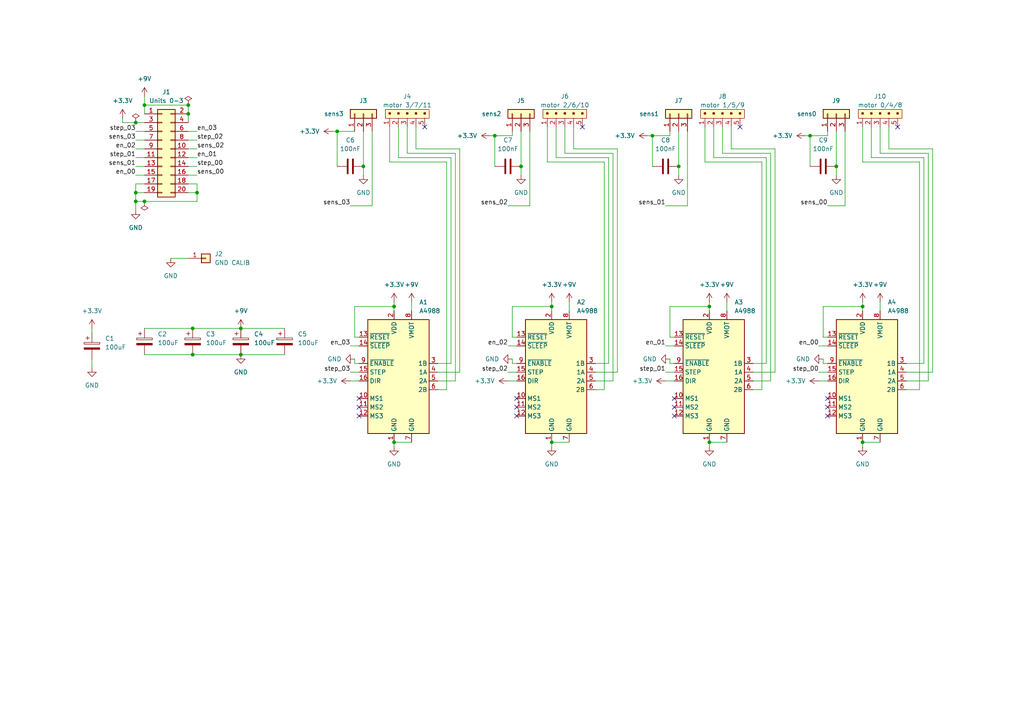
<source format=kicad_sch>
(kicad_sch (version 20231120) (generator "eeschema") (generator_version "8.0")
  (paper "A4")
  (lib_symbols
    (symbol "Connector_Generic:Conn_01x01" (pin_names (offset 1.016) hide)
      (property "Reference" "J" (at 0 2.54 0))
      (property "Value" "Conn_01x01" (at 0 -2.54 0))
      (symbol "Conn_01x01_1_1"
        (rectangle (start -1.27 0.127) (end 0 -0.127) (stroke (width 0.1524)))
        (rectangle (start -1.27 1.27) (end 1.27 -1.27) (stroke (width 0.254)) (fill (type background)))
        (pin passive line (at -5.08 0 0) (length 3.81) (name "Pin_1") (number "1"))
      )
    )
    (symbol "Connector_Generic:Conn_01x03" (pin_names (offset 1.016) hide)
      (property "Reference" "J" (at 0 5.08 0))
      (property "Value" "Conn_01x03" (at 0 -5.08 0))
      (symbol "Conn_01x03_1_1"
        (rectangle (start -1.27 -2.413) (end 0 -2.667) (stroke (width 0.1524)))
        (rectangle (start -1.27 0.127) (end 0 -0.127) (stroke (width 0.1524)))
        (rectangle (start -1.27 2.667) (end 0 2.413) (stroke (width 0.1524)))
        (rectangle (start -1.27 3.81) (end 1.27 -3.81) (stroke (width 0.254)) (fill (type background)))
        (pin passive line (at -5.08 2.54 0) (length 3.81) (name "Pin_1") (number "1"))
        (pin passive line (at -5.08 0 0) (length 3.81) (name "Pin_2") (number "2"))
        (pin passive line (at -5.08 -2.54 0) (length 3.81) (name "Pin_3") (number "3"))
      )
    )
    (symbol "Connector_Generic:Conn_02x10_Odd_Even" (pin_names (offset 1.016) hide)
      (property "Reference" "J" (at 1.27 12.7 0))
      (property "Value" "Conn_02x10_Odd_Even" (at 1.27 -15.24 0))
      (symbol "Conn_02x10_Odd_Even_1_1"
        (rectangle (start -1.27 -12.573) (end 0 -12.827) (stroke (width 0.1524)))
        (rectangle (start -1.27 -10.033) (end 0 -10.287) (stroke (width 0.1524)))
        (rectangle (start -1.27 -7.493) (end 0 -7.747) (stroke (width 0.1524)))
        (rectangle (start -1.27 -4.953) (end 0 -5.207) (stroke (width 0.1524)))
        (rectangle (start -1.27 -2.413) (end 0 -2.667) (stroke (width 0.1524)))
        (rectangle (start -1.27 0.127) (end 0 -0.127) (stroke (width 0.1524)))
        (rectangle (start -1.27 2.667) (end 0 2.413) (stroke (width 0.1524)))
        (rectangle (start -1.27 5.207) (end 0 4.953) (stroke (width 0.1524)))
        (rectangle (start -1.27 7.747) (end 0 7.493) (stroke (width 0.1524)))
        (rectangle (start -1.27 10.287) (end 0 10.033) (stroke (width 0.1524)))
        (rectangle (start -1.27 11.43) (end 3.81 -13.97) (stroke (width 0.254)) (fill (type background)))
        (rectangle (start 3.81 -12.573) (end 2.54 -12.827) (stroke (width 0.1524)))
        (rectangle (start 3.81 -10.033) (end 2.54 -10.287) (stroke (width 0.1524)))
        (rectangle (start 3.81 -7.493) (end 2.54 -7.747) (stroke (width 0.1524)))
        (rectangle (start 3.81 -4.953) (end 2.54 -5.207) (stroke (width 0.1524)))
        (rectangle (start 3.81 -2.413) (end 2.54 -2.667) (stroke (width 0.1524)))
        (rectangle (start 3.81 0.127) (end 2.54 -0.127) (stroke (width 0.1524)))
        (rectangle (start 3.81 2.667) (end 2.54 2.413) (stroke (width 0.1524)))
        (rectangle (start 3.81 5.207) (end 2.54 4.953) (stroke (width 0.1524)))
        (rectangle (start 3.81 7.747) (end 2.54 7.493) (stroke (width 0.1524)))
        (rectangle (start 3.81 10.287) (end 2.54 10.033) (stroke (width 0.1524)))
        (pin passive line (at -5.08 10.16 0) (length 3.81) (name "Pin_1") (number "1"))
        (pin passive line (at 7.62 0 180) (length 3.81) (name "Pin_10") (number "10"))
        (pin passive line (at -5.08 -2.54 0) (length 3.81) (name "Pin_11") (number "11"))
        (pin passive line (at 7.62 -2.54 180) (length 3.81) (name "Pin_12") (number "12"))
        (pin passive line (at -5.08 -5.08 0) (length 3.81) (name "Pin_13") (number "13"))
        (pin passive line (at 7.62 -5.08 180) (length 3.81) (name "Pin_14") (number "14"))
        (pin passive line (at -5.08 -7.62 0) (length 3.81) (name "Pin_15") (number "15"))
        (pin passive line (at 7.62 -7.62 180) (length 3.81) (name "Pin_16") (number "16"))
        (pin passive line (at -5.08 -10.16 0) (length 3.81) (name "Pin_17") (number "17"))
        (pin passive line (at 7.62 -10.16 180) (length 3.81) (name "Pin_18") (number "18"))
        (pin passive line (at -5.08 -12.7 0) (length 3.81) (name "Pin_19") (number "19"))
        (pin passive line (at 7.62 10.16 180) (length 3.81) (name "Pin_2") (number "2"))
        (pin passive line (at 7.62 -12.7 180) (length 3.81) (name "Pin_20") (number "20"))
        (pin passive line (at -5.08 7.62 0) (length 3.81) (name "Pin_3") (number "3"))
        (pin passive line (at 7.62 7.62 180) (length 3.81) (name "Pin_4") (number "4"))
        (pin passive line (at -5.08 5.08 0) (length 3.81) (name "Pin_5") (number "5"))
        (pin passive line (at 7.62 5.08 180) (length 3.81) (name "Pin_6") (number "6"))
        (pin passive line (at -5.08 2.54 0) (length 3.81) (name "Pin_7") (number "7"))
        (pin passive line (at 7.62 2.54 180) (length 3.81) (name "Pin_8") (number "8"))
        (pin passive line (at -5.08 0 0) (length 3.81) (name "Pin_9") (number "9"))
      )
    )
    (symbol "Device:C" (pin_numbers hide) (pin_names (offset 0.254))
      (property "Reference" "C" (at 0.635 2.54 0))
      (property "Value" "C" (at 0.635 -2.54 0))
      (symbol "C_0_1"
        (polyline (pts (xy -2.032 -0.762) (xy 2.032 -0.762)) (stroke (width 0.508)))
        (polyline (pts (xy -2.032 0.762) (xy 2.032 0.762)) (stroke (width 0.508)))
      )
      (symbol "C_1_1"
        (pin passive line (at 0 3.81 270) (length 2.794) (name "~") (number "1"))
        (pin passive line (at 0 -3.81 90) (length 2.794) (name "~") (number "2"))
      )
    )
    (symbol "Device:C_Polarized" (pin_numbers hide) (pin_names (offset 0.254))
      (property "Reference" "C" (at 0.635 2.54 0))
      (property "Value" "C_Polarized" (at 0.635 -2.54 0))
      (symbol "C_Polarized_0_1"
        (rectangle (start -2.286 0.508) (end 2.286 1.016))
        (polyline (pts (xy -1.778 2.286) (xy -0.762 2.286)))
        (polyline (pts (xy -1.27 2.794) (xy -1.27 1.778)))
        (rectangle (start 2.286 -0.508) (end -2.286 -1.016) (fill (type outline)))
      )
      (symbol "C_Polarized_1_1"
        (pin passive line (at 0 3.81 270) (length 2.794) (name "~") (number "1"))
        (pin passive line (at 0 -3.81 90) (length 2.794) (name "~") (number "2"))
      )
    )
    (symbol "Driver_Motor:Pololu_Breakout_A4988"
      (property "Reference" "A" (at -2.54 19.05 0))
      (property "Value" "Pololu_Breakout_A4988" (at -2.54 16.51 0))
      (symbol "Pololu_Breakout_A4988_0_1"
        (rectangle (start 10.16 -17.78) (end -7.62 15.24) (stroke (width 0.254)) (fill (type background)))
      )
      (symbol "Pololu_Breakout_A4988_1_1"
        (pin power_in line (at 0 -20.32 90) (length 2.54) (name "GND") (number "1"))
        (pin input line (at -10.16 -7.62 0) (length 2.54) (name "MS1") (number "10"))
        (pin input line (at -10.16 -10.16 0) (length 2.54) (name "MS2") (number "11"))
        (pin input line (at -10.16 -12.7 0) (length 2.54) (name "MS3") (number "12"))
        (pin input line (at -10.16 10.16 0) (length 2.54) (name "~{RESET}") (number "13"))
        (pin input line (at -10.16 7.62 0) (length 2.54) (name "~{SLEEP}") (number "14"))
        (pin input line (at -10.16 0 0) (length 2.54) (name "STEP") (number "15"))
        (pin input line (at -10.16 -2.54 0) (length 2.54) (name "DIR") (number "16"))
        (pin power_in line (at 0 17.78 270) (length 2.54) (name "VDD") (number "2"))
        (pin output line (at 12.7 2.54 180) (length 2.54) (name "1B") (number "3"))
        (pin output line (at 12.7 0 180) (length 2.54) (name "1A") (number "4"))
        (pin output line (at 12.7 -2.54 180) (length 2.54) (name "2A") (number "5"))
        (pin output line (at 12.7 -5.08 180) (length 2.54) (name "2B") (number "6"))
        (pin power_in line (at 5.08 -20.32 90) (length 2.54) (name "GND") (number "7"))
        (pin power_in line (at 5.08 17.78 270) (length 2.54) (name "VMOT") (number "8"))
        (pin input line (at -10.16 2.54 0) (length 2.54) (name "~{ENABLE}") (number "9"))
      )
    )
    (symbol "dk_Rectangular-Connectors-Headers-Male-Pins:B5B-XH-A_LF__SN_" (pin_names (offset 1.016))
      (property "Reference" "J" (at -2.54 -1.27 0))
      (property "Value" "B5B-XH-A_LF__SN_" (at 5.08 -3.81 0))
      (symbol "B5B-XH-A_LF__SN__1_1"
        (rectangle (start -1.27 0) (end 11.43 -2.54) (fill (type background)))
        (rectangle (start -0.254 -1.143) (end 0.254 -1.651) (fill (type outline)))
        (rectangle (start 2.286 -1.143) (end 2.794 -1.651) (fill (type outline)))
        (rectangle (start 4.826 -1.143) (end 5.334 -1.651) (fill (type outline)))
        (rectangle (start 7.366 -1.143) (end 7.874 -1.651) (fill (type outline)))
        (rectangle (start 9.906 -1.143) (end 10.414 -1.651) (fill (type outline)))
        (pin passive line (at 0 2.54 270) (length 2.54) (name "~") (number "1"))
        (pin passive line (at 2.54 2.54 270) (length 2.54) (name "~") (number "2"))
        (pin passive line (at 5.08 2.54 270) (length 2.54) (name "~") (number "3"))
        (pin passive line (at 7.62 2.54 270) (length 2.54) (name "~") (number "4"))
        (pin passive line (at 10.16 2.54 270) (length 2.54) (name "~") (number "5"))
      )
    )
    (symbol "power:+3.3V" (power) (pin_names (offset 0))
      (property "Value" "+3.3V" (at 0 3.556 0))
      (symbol "+3.3V_0_1"
        (polyline (pts (xy -0.762 1.27) (xy 0 2.54)))
        (polyline (pts (xy 0 0) (xy 0 2.54)))
        (polyline (pts (xy 0 2.54) (xy 0.762 1.27)))
      )
      (symbol "+3.3V_1_1"
        (pin power_in line (at 0 0 90) (length 0) hide (name "+3.3V") (number "1"))
      )
    )
    (symbol "power:+9V" (power) (pin_names (offset 0))
      (property "Value" "+9V" (at 0 3.556 0))
      (symbol "+9V_0_1"
        (polyline (pts (xy -0.762 1.27) (xy 0 2.54)))
        (polyline (pts (xy 0 0) (xy 0 2.54)))
        (polyline (pts (xy 0 2.54) (xy 0.762 1.27)))
      )
      (symbol "+9V_1_1"
        (pin power_in line (at 0 0 90) (length 0) hide (name "+9V") (number "1"))
      )
    )
    (symbol "power:GND" (power) (pin_names (offset 0))
      (property "Value" "GND" (at 0 -3.81 0))
      (symbol "GND_0_1"
        (polyline (pts (xy 0 0) (xy 0 -1.27) (xy 1.27 -1.27) (xy 0 -2.54) (xy -1.27 -1.27) (xy 0 -1.27)))
      )
      (symbol "GND_1_1"
        (pin power_in line (at 0 0 270) (length 0) hide (name "GND") (number "1"))
      )
    )
    (symbol "power:PWR_FLAG" (power) (pin_numbers hide) (pin_names (offset 0) hide)
      (property "Value" "PWR_FLAG" (at 0 3.81 0))
      (symbol "PWR_FLAG_0_0"
        (pin power_out line (at 0 0 90) (length 0) (name "pwr") (number "1"))
      )
      (symbol "PWR_FLAG_0_1"
        (polyline (pts (xy 0 0) (xy 0 1.27) (xy -1.016 1.905) (xy 0 2.54) (xy 1.016 1.905) (xy 0 1.27)))
      )
    )
  )
  (junction (at 55.88 102.87))
  (junction (at 69.85 102.87))
  (junction (at 39.37 35.56))
  (junction (at 54.61 30.48))
  (junction (at 143.51 39.37))
  (junction (at 41.91 58.42))
  (junction (at 41.91 30.48))
  (junction (at 57.15 55.88))
  (junction (at 55.88 95.25))
  (junction (at 39.37 58.42))
  (junction (at 250.19 88.9))
  (junction (at 151.13 48.26))
  (junction (at 114.3 88.9))
  (junction (at 114.3 128.27))
  (junction (at 160.02 88.9))
  (junction (at 69.85 95.25))
  (junction (at 54.61 33.02))
  (junction (at 196.85 48.26))
  (junction (at 189.23 39.37))
  (junction (at 205.74 128.27))
  (junction (at 234.95 39.37))
  (junction (at 105.41 48.26))
  (junction (at 39.37 55.88))
  (junction (at 242.57 48.26))
  (junction (at 250.19 128.27))
  (junction (at 97.79 38.1))
  (junction (at 205.74 88.9))
  (junction (at 160.02 128.27))
  (no_connect (at 123.19 36.83))
  (no_connect (at 149.86 115.57))
  (no_connect (at 168.91 36.83))
  (no_connect (at 214.63 36.83))
  (no_connect (at 240.03 115.57))
  (no_connect (at 240.03 120.65))
  (no_connect (at 104.14 120.65))
  (no_connect (at 195.58 118.11))
  (no_connect (at 195.58 120.65))
  (no_connect (at 104.14 115.57))
  (no_connect (at 149.86 120.65))
  (no_connect (at 195.58 115.57))
  (no_connect (at 240.03 118.11))
  (no_connect (at 260.35 36.83))
  (no_connect (at 104.14 118.11))
  (no_connect (at 149.86 118.11))
  (wire (pts (xy 119.38 87.63) (xy 119.38 90.17)))
  (wire (pts (xy 237.49 110.49) (xy 240.03 110.49)))
  (wire (pts (xy 54.61 53.34) (xy 57.15 53.34)))
  (wire (pts (xy 196.85 38.1) (xy 196.85 48.26)))
  (wire (pts (xy 132.08 44.45) (xy 132.08 110.49)))
  (wire (pts (xy 142.24 39.37) (xy 143.51 39.37)))
  (wire (pts (xy 160.02 129.54) (xy 160.02 128.27)))
  (wire (pts (xy 148.59 105.41) (xy 149.86 105.41)))
  (wire (pts (xy 39.37 35.56) (xy 41.91 35.56)))
  (wire (pts (xy 118.11 44.45) (xy 132.08 44.45)))
  (wire (pts (xy 269.24 44.45) (xy 269.24 110.49)))
  (wire (pts (xy 238.76 97.79) (xy 238.76 88.9)))
  (wire (pts (xy 41.91 102.87) (xy 55.88 102.87)))
  (wire (pts (xy 57.15 38.1) (xy 54.61 38.1)))
  (wire (pts (xy 39.37 40.64) (xy 41.91 40.64)))
  (wire (pts (xy 102.87 88.9) (xy 114.3 88.9)))
  (wire (pts (xy 54.61 30.48) (xy 54.61 33.02)))
  (wire (pts (xy 207.01 36.83) (xy 207.01 45.72)))
  (wire (pts (xy 57.15 45.72) (xy 54.61 45.72)))
  (wire (pts (xy 133.35 107.95) (xy 127 107.95)))
  (wire (pts (xy 166.37 43.18) (xy 179.07 43.18)))
  (wire (pts (xy 250.19 46.99) (xy 266.7 46.99)))
  (wire (pts (xy 102.87 104.14) (xy 102.87 105.41)))
  (wire (pts (xy 194.31 88.9) (xy 205.74 88.9)))
  (wire (pts (xy 120.65 43.18) (xy 133.35 43.18)))
  (wire (pts (xy 114.3 88.9) (xy 114.3 90.17)))
  (wire (pts (xy 199.39 38.1) (xy 199.39 59.69)))
  (wire (pts (xy 204.47 36.83) (xy 204.47 46.99)))
  (wire (pts (xy 189.23 39.37) (xy 194.31 39.37)))
  (wire (pts (xy 194.31 97.79) (xy 195.58 97.79)))
  (wire (pts (xy 69.85 102.87) (xy 82.55 102.87)))
  (wire (pts (xy 179.07 107.95) (xy 172.72 107.95)))
  (wire (pts (xy 97.79 38.1) (xy 102.87 38.1)))
  (wire (pts (xy 205.74 87.63) (xy 205.74 88.9)))
  (wire (pts (xy 41.91 33.02) (xy 41.91 30.48)))
  (wire (pts (xy 57.15 40.64) (xy 54.61 40.64)))
  (wire (pts (xy 151.13 48.26) (xy 151.13 50.8)))
  (wire (pts (xy 41.91 95.25) (xy 55.88 95.25)))
  (wire (pts (xy 223.52 110.49) (xy 218.44 110.49)))
  (wire (pts (xy 35.56 35.56) (xy 39.37 35.56)))
  (wire (pts (xy 165.1 87.63) (xy 165.1 90.17)))
  (wire (pts (xy 252.73 45.72) (xy 267.97 45.72)))
  (wire (pts (xy 39.37 43.18) (xy 41.91 43.18)))
  (wire (pts (xy 153.67 38.1) (xy 153.67 59.69)))
  (wire (pts (xy 35.56 34.29) (xy 35.56 35.56)))
  (wire (pts (xy 220.98 113.03) (xy 218.44 113.03)))
  (wire (pts (xy 177.8 110.49) (xy 172.72 110.49)))
  (wire (pts (xy 55.88 95.25) (xy 69.85 95.25)))
  (wire (pts (xy 189.23 39.37) (xy 189.23 48.26)))
  (wire (pts (xy 114.3 129.54) (xy 114.3 128.27)))
  (wire (pts (xy 55.88 102.87) (xy 69.85 102.87)))
  (wire (pts (xy 39.37 45.72) (xy 41.91 45.72)))
  (wire (pts (xy 113.03 36.83) (xy 113.03 46.99)))
  (wire (pts (xy 196.85 48.26) (xy 196.85 50.8)))
  (wire (pts (xy 252.73 36.83) (xy 252.73 45.72)))
  (wire (pts (xy 234.95 39.37) (xy 234.95 48.26)))
  (wire (pts (xy 147.32 59.69) (xy 153.67 59.69)))
  (wire (pts (xy 39.37 55.88) (xy 41.91 55.88)))
  (wire (pts (xy 97.79 38.1) (xy 97.79 48.26)))
  (wire (pts (xy 107.95 38.1) (xy 107.95 59.69)))
  (wire (pts (xy 194.31 97.79) (xy 194.31 88.9)))
  (wire (pts (xy 266.7 46.99) (xy 266.7 113.03)))
  (wire (pts (xy 194.31 39.37) (xy 194.31 38.1)))
  (wire (pts (xy 242.57 38.1) (xy 242.57 48.26)))
  (wire (pts (xy 41.91 27.94) (xy 41.91 30.48)))
  (wire (pts (xy 224.79 107.95) (xy 218.44 107.95)))
  (wire (pts (xy 57.15 53.34) (xy 57.15 55.88)))
  (wire (pts (xy 269.24 110.49) (xy 262.89 110.49)))
  (wire (pts (xy 212.09 36.83) (xy 212.09 43.18)))
  (wire (pts (xy 101.6 110.49) (xy 104.14 110.49)))
  (wire (pts (xy 204.47 46.99) (xy 220.98 46.99)))
  (wire (pts (xy 105.41 38.1) (xy 105.41 48.26)))
  (wire (pts (xy 57.15 50.8) (xy 54.61 50.8)))
  (wire (pts (xy 148.59 39.37) (xy 148.59 38.1)))
  (wire (pts (xy 143.51 39.37) (xy 143.51 48.26)))
  (wire (pts (xy 39.37 55.88) (xy 39.37 58.42)))
  (wire (pts (xy 205.74 129.54) (xy 205.74 128.27)))
  (wire (pts (xy 240.03 39.37) (xy 240.03 38.1)))
  (wire (pts (xy 270.51 107.95) (xy 262.89 107.95)))
  (wire (pts (xy 234.95 39.37) (xy 240.03 39.37)))
  (wire (pts (xy 179.07 43.18) (xy 179.07 107.95)))
  (wire (pts (xy 158.75 46.99) (xy 175.26 46.99)))
  (wire (pts (xy 176.53 45.72) (xy 176.53 105.41)))
  (wire (pts (xy 267.97 45.72) (xy 267.97 105.41)))
  (wire (pts (xy 102.87 105.41) (xy 104.14 105.41)))
  (wire (pts (xy 205.74 88.9) (xy 205.74 90.17)))
  (wire (pts (xy 49.53 74.93) (xy 54.61 74.93)))
  (wire (pts (xy 270.51 43.18) (xy 270.51 107.95)))
  (wire (pts (xy 143.51 39.37) (xy 148.59 39.37)))
  (wire (pts (xy 207.01 45.72) (xy 222.25 45.72)))
  (wire (pts (xy 238.76 104.14) (xy 238.76 105.41)))
  (wire (pts (xy 209.55 36.83) (xy 209.55 44.45)))
  (wire (pts (xy 102.87 97.79) (xy 104.14 97.79)))
  (wire (pts (xy 39.37 38.1) (xy 41.91 38.1)))
  (wire (pts (xy 41.91 30.48) (xy 54.61 30.48)))
  (wire (pts (xy 250.19 36.83) (xy 250.19 46.99)))
  (wire (pts (xy 176.53 105.41) (xy 172.72 105.41)))
  (wire (pts (xy 160.02 128.27) (xy 165.1 128.27)))
  (wire (pts (xy 114.3 128.27) (xy 119.38 128.27)))
  (wire (pts (xy 245.11 59.69) (xy 240.03 59.69)))
  (wire (pts (xy 41.91 58.42) (xy 39.37 58.42)))
  (wire (pts (xy 193.04 59.69) (xy 199.39 59.69)))
  (wire (pts (xy 69.85 95.25) (xy 82.55 95.25)))
  (wire (pts (xy 133.35 43.18) (xy 133.35 107.95)))
  (wire (pts (xy 39.37 50.8) (xy 41.91 50.8)))
  (wire (pts (xy 130.81 45.72) (xy 130.81 105.41)))
  (wire (pts (xy 193.04 110.49) (xy 195.58 110.49)))
  (wire (pts (xy 96.52 38.1) (xy 97.79 38.1)))
  (wire (pts (xy 39.37 48.26) (xy 41.91 48.26)))
  (wire (pts (xy 177.8 44.45) (xy 177.8 110.49)))
  (wire (pts (xy 222.25 105.41) (xy 218.44 105.41)))
  (wire (pts (xy 161.29 36.83) (xy 161.29 45.72)))
  (wire (pts (xy 57.15 48.26) (xy 54.61 48.26)))
  (wire (pts (xy 237.49 100.33) (xy 240.03 100.33)))
  (wire (pts (xy 193.04 107.95) (xy 195.58 107.95)))
  (wire (pts (xy 147.32 107.95) (xy 149.86 107.95)))
  (wire (pts (xy 255.27 44.45) (xy 269.24 44.45)))
  (wire (pts (xy 233.68 39.37) (xy 234.95 39.37)))
  (wire (pts (xy 147.32 110.49) (xy 149.86 110.49)))
  (wire (pts (xy 105.41 48.26) (xy 105.41 50.8)))
  (wire (pts (xy 257.81 36.83) (xy 257.81 43.18)))
  (wire (pts (xy 161.29 45.72) (xy 176.53 45.72)))
  (wire (pts (xy 57.15 55.88) (xy 54.61 55.88)))
  (wire (pts (xy 120.65 36.83) (xy 120.65 43.18)))
  (wire (pts (xy 209.55 44.45) (xy 223.52 44.45)))
  (wire (pts (xy 26.67 95.25) (xy 26.67 96.52)))
  (wire (pts (xy 148.59 104.14) (xy 148.59 105.41)))
  (wire (pts (xy 39.37 53.34) (xy 39.37 55.88)))
  (wire (pts (xy 255.27 87.63) (xy 255.27 90.17)))
  (wire (pts (xy 115.57 36.83) (xy 115.57 45.72)))
  (wire (pts (xy 194.31 105.41) (xy 195.58 105.41)))
  (wire (pts (xy 250.19 128.27) (xy 255.27 128.27)))
  (wire (pts (xy 255.27 36.83) (xy 255.27 44.45)))
  (wire (pts (xy 238.76 88.9) (xy 250.19 88.9)))
  (wire (pts (xy 175.26 113.03) (xy 172.72 113.03)))
  (wire (pts (xy 115.57 45.72) (xy 130.81 45.72)))
  (wire (pts (xy 163.83 36.83) (xy 163.83 44.45)))
  (wire (pts (xy 238.76 97.79) (xy 240.03 97.79)))
  (wire (pts (xy 148.59 88.9) (xy 160.02 88.9)))
  (wire (pts (xy 54.61 33.02) (xy 54.61 35.56)))
  (wire (pts (xy 26.67 106.68) (xy 26.67 104.14)))
  (wire (pts (xy 187.96 39.37) (xy 189.23 39.37)))
  (wire (pts (xy 250.19 129.54) (xy 250.19 128.27)))
  (wire (pts (xy 205.74 128.27) (xy 210.82 128.27)))
  (wire (pts (xy 129.54 46.99) (xy 129.54 113.03)))
  (wire (pts (xy 39.37 58.42) (xy 39.37 60.96)))
  (wire (pts (xy 163.83 44.45) (xy 177.8 44.45)))
  (wire (pts (xy 250.19 87.63) (xy 250.19 88.9)))
  (wire (pts (xy 114.3 87.63) (xy 114.3 88.9)))
  (wire (pts (xy 148.59 97.79) (xy 148.59 88.9)))
  (wire (pts (xy 194.31 104.14) (xy 194.31 105.41)))
  (wire (pts (xy 242.57 48.26) (xy 242.57 50.8)))
  (wire (pts (xy 193.04 100.33) (xy 195.58 100.33)))
  (wire (pts (xy 160.02 87.63) (xy 160.02 88.9)))
  (wire (pts (xy 237.49 107.95) (xy 240.03 107.95)))
  (wire (pts (xy 166.37 36.83) (xy 166.37 43.18)))
  (wire (pts (xy 175.26 46.99) (xy 175.26 113.03)))
  (wire (pts (xy 147.32 100.33) (xy 149.86 100.33)))
  (wire (pts (xy 160.02 88.9) (xy 160.02 90.17)))
  (wire (pts (xy 57.15 58.42) (xy 41.91 58.42)))
  (wire (pts (xy 57.15 55.88) (xy 57.15 58.42)))
  (wire (pts (xy 267.97 105.41) (xy 262.89 105.41)))
  (wire (pts (xy 101.6 107.95) (xy 104.14 107.95)))
  (wire (pts (xy 220.98 46.99) (xy 220.98 113.03)))
  (wire (pts (xy 250.19 88.9) (xy 250.19 90.17)))
  (wire (pts (xy 57.15 43.18) (xy 54.61 43.18)))
  (wire (pts (xy 130.81 105.41) (xy 127 105.41)))
  (wire (pts (xy 223.52 44.45) (xy 223.52 110.49)))
  (wire (pts (xy 118.11 36.83) (xy 118.11 44.45)))
  (wire (pts (xy 101.6 59.69) (xy 107.95 59.69)))
  (wire (pts (xy 132.08 110.49) (xy 127 110.49)))
  (wire (pts (xy 238.76 105.41) (xy 240.03 105.41)))
  (wire (pts (xy 210.82 87.63) (xy 210.82 90.17)))
  (wire (pts (xy 102.87 97.79) (xy 102.87 88.9)))
  (wire (pts (xy 158.75 36.83) (xy 158.75 46.99)))
  (wire (pts (xy 245.11 38.1) (xy 245.11 59.69)))
  (wire (pts (xy 222.25 45.72) (xy 222.25 105.41)))
  (wire (pts (xy 113.03 46.99) (xy 129.54 46.99)))
  (wire (pts (xy 151.13 38.1) (xy 151.13 48.26)))
  (wire (pts (xy 129.54 113.03) (xy 127 113.03)))
  (wire (pts (xy 212.09 43.18) (xy 224.79 43.18)))
  (wire (pts (xy 266.7 113.03) (xy 262.89 113.03)))
  (wire (pts (xy 41.91 53.34) (xy 39.37 53.34)))
  (wire (pts (xy 224.79 43.18) (xy 224.79 107.95)))
  (wire (pts (xy 148.59 97.79) (xy 149.86 97.79)))
  (wire (pts (xy 101.6 100.33) (xy 104.14 100.33)))
  (wire (pts (xy 257.81 43.18) (xy 270.51 43.18)))
  (label "en_02" (at 39.37 43.18 180))
  (label "step_03" (at 101.6 107.95 180))
  (label "en_03" (at 101.6 100.33 180))
  (label "step_01" (at 39.37 45.72 180))
  (label "en_00" (at 237.49 100.33 180))
  (label "sens_01" (at 39.37 48.26 180))
  (label "step_02" (at 57.15 40.64 0))
  (label "en_03" (at 57.15 38.1 0))
  (label "step_01" (at 193.04 107.95 180))
  (label "sens_00" (at 57.15 50.8 0))
  (label "sens_03" (at 39.37 40.64 180))
  (label "step_03" (at 39.37 38.1 180))
  (label "sens_03" (at 101.6 59.69 180))
  (label "sens_02" (at 57.15 43.18 0))
  (label "sens_01" (at 193.04 59.69 180))
  (label "en_02" (at 147.32 100.33 180))
  (label "en_01" (at 57.15 45.72 0))
  (label "step_02" (at 147.32 107.95 180))
  (label "step_00" (at 237.49 107.95 180))
  (label "step_00" (at 57.15 48.26 0))
  (label "sens_00" (at 240.03 59.69 180))
  (label "sens_02" (at 147.32 59.69 180))
  (label "en_01" (at 193.04 100.33 180))
  (label "en_00" (at 39.37 50.8 180))
  (symbol (lib_id "power:+3.3V") (at 233.68 39.37 90) (unit 1)
    (property "Reference" "#PWR027" (effects (hide yes)))
    (property "Value" "+3.3V" (at 229.87 39.37 90) (effects (justify left)))
  )
  (symbol (lib_id "Device:C") (at 193.04 48.26 90) (unit 1)
    (property "Reference" "C8" (at 193.04 40.64 90))
    (property "Value" "100nF" (at 193.04 43.18 90))
    (property "Footprint" "Capacitor_THT:C_Disc_D3.4mm_W2.1mm_P2.50mm" (effects (hide yes)))
  )
  (symbol (lib_id "Device:C_Polarized") (at 55.88 99.06 0) (unit 1)
    (property "Reference" "C3" (at 59.69 96.901 0) (effects (justify left)))
    (property "Value" "100uF" (at 59.69 99.441 0) (effects (justify left)))
    (property "Footprint" "Capacitor_THT:CP_Radial_D6.3mm_P2.50mm" (effects (hide yes)))
  )
  (symbol (lib_id "power:+9V") (at 210.82 87.63 0) (unit 1)
    (property "Reference" "#PWR026" (effects (hide yes)))
    (property "Value" "+9V" (at 210.82 82.55 0))
  )
  (symbol (lib_id "power:GND") (at 151.13 50.8 0) (unit 1)
    (property "Reference" "#PWR017" (effects (hide yes)))
    (property "Value" "GND" (at 151.13 55.88 0))
  )
  (symbol (lib_id "power:PWR_FLAG") (at 54.61 30.48 0) (unit 1)
    (property "Reference" "#FLG03" (effects (hide yes)))
    (property "Value" "PWR_FLAG" (effects (hide yes)))
  )
  (symbol (lib_id "Connector_Generic:Conn_01x03") (at 196.85 33.02 90) (unit 1)
    (property "Reference" "J7" (at 195.58 29.21 90) (effects (justify right)))
    (property "Value" "sens1" (at 185.42 33.02 90) (effects (justify right)))
    (property "Footprint" "Connector_PinSocket_2.54mm:PinSocket_1x03_P2.54mm_Vertical" (effects (hide yes)))
  )
  (symbol (lib_id "power:+3.3V") (at 101.6 110.49 90) (unit 1)
    (property "Reference" "#PWR010" (effects (hide yes)))
    (property "Value" "+3.3V" (at 97.79 110.49 90) (effects (justify left)))
  )
  (symbol (lib_id "power:+9V") (at 255.27 87.63 0) (unit 1)
    (property "Reference" "#PWR032" (effects (hide yes)))
    (property "Value" "+9V" (at 255.27 82.55 0))
  )
  (symbol (lib_id "Driver_Motor:Pololu_Breakout_A4988") (at 160.02 107.95 0) (unit 1)
    (property "Reference" "A2" (at 167.2941 87.63 0) (effects (justify left)))
    (property "Value" "A4988" (at 167.2941 90.17 0) (effects (justify left)))
    (property "Footprint" "User:A4988_Stepper_Module" (effects (hide yes)))
    (property "Datasheet" "https://www.pololu.com/product/2980/pictures" (effects (hide yes)))
  )
  (symbol (lib_id "power:+3.3V") (at 142.24 39.37 90) (unit 1)
    (property "Reference" "#PWR015" (effects (hide yes)))
    (property "Value" "+3.3V" (at 138.43 39.37 90) (effects (justify left)))
  )
  (symbol (lib_id "Connector_Generic:Conn_01x03") (at 151.13 33.02 90) (unit 1)
    (property "Reference" "J5" (at 149.86 29.21 90) (effects (justify right)))
    (property "Value" "sens2" (at 139.7 33.02 90) (effects (justify right)))
    (property "Footprint" "Connector_PinSocket_2.54mm:PinSocket_1x03_P2.54mm_Vertical" (effects (hide yes)))
  )
  (symbol (lib_id "Device:C_Polarized") (at 82.55 99.06 0) (unit 1)
    (property "Reference" "C5" (at 86.36 96.901 0) (effects (justify left)))
    (property "Value" "100uF" (at 86.36 99.441 0) (effects (justify left)))
    (property "Footprint" "Capacitor_THT:CP_Radial_D6.3mm_P2.50mm" (effects (hide yes)))
  )
  (symbol (lib_id "power:GND") (at 102.87 104.14 270) (unit 1)
    (property "Reference" "#PWR033" (effects (hide yes)))
    (property "Value" "GND" (at 99.06 104.14 90) (effects (justify right)))
  )
  (symbol (lib_id "Driver_Motor:Pololu_Breakout_A4988") (at 250.19 107.95 0) (unit 1)
    (property "Reference" "A4" (at 257.4641 87.63 0) (effects (justify left)))
    (property "Value" "A4988" (at 257.4641 90.17 0) (effects (justify left)))
    (property "Footprint" "User:A4988_Stepper_Module" (effects (hide yes)))
    (property "Datasheet" "https://www.pololu.com/product/2980/pictures" (effects (hide yes)))
  )
  (symbol (lib_id "power:GND") (at 114.3 129.54 0) (unit 1)
    (property "Reference" "#PWR013" (effects (hide yes)))
    (property "Value" "GND" (at 114.3 134.62 0))
  )
  (symbol (lib_id "power:PWR_FLAG") (at 39.37 35.56 0) (unit 1)
    (property "Reference" "#FLG01" (effects (hide yes)))
    (property "Value" "PWR_FLAG" (effects (hide yes)))
  )
  (symbol (lib_id "dk_Rectangular-Connectors-Headers-Male-Pins:B5B-XH-A_LF__SN_") (at 204.47 34.29 0) (mirror x) (unit 1)
    (property "Reference" "J8" (at 209.55 27.94 0))
    (property "Value" "motor 1/5/9" (at 209.55 30.48 0))
    (property "Footprint" "Connector_JST:JST_XH_B5B-XH-A_1x05_P2.50mm_Vertical" (effects (hide yes)))
    (property "Datasheet" "http://www.jst-mfg.com/product/pdf/eng/eXH.pdf" (effects (hide yes)))
    (property "Description" "CONN HEADER VERT 5POS 2.5MM" (effects (hide yes)))
    (property "Digi-Key_PN" "455-2270-ND" (effects (hide yes)))
    (property "MPN" "B5B-XH-A(LF)(SN)" (effects (hide yes)))
    (property "Category" "Connectors, Interconnects" (effects (hide yes)))
    (property "Family" "Rectangular Connectors - Headers, Male Pins" (effects (hide yes)))
    (property "DK_Datasheet_Link" "http://www.jst-mfg.com/product/pdf/eng/eXH.pdf" (effects (hide yes)))
    (property "DK_Detail_Page" "/product-detail/en/jst-sales-america-inc/B5B-XH-A(LF)(SN)/455-2270-ND/1530483" (effects (hide yes)))
    (property "Manufacturer" "JST Sales America Inc." (effects (hide yes)))
    (property "Status" "Active" (effects (hide yes)))
  )
  (symbol (lib_id "power:+3.3V") (at 147.32 110.49 90) (unit 1)
    (property "Reference" "#PWR016" (effects (hide yes)))
    (property "Value" "+3.3V" (at 143.51 110.49 90) (effects (justify left)))
  )
  (symbol (lib_id "power:GND") (at 49.53 74.93 0) (unit 1)
    (property "Reference" "#PWR06" (effects (hide yes)))
    (property "Value" "GND" (at 49.53 80.01 0))
  )
  (symbol (lib_id "Device:C_Polarized") (at 26.67 100.33 0) (unit 1)
    (property "Reference" "C1" (at 30.48 98.171 0) (effects (justify left)))
    (property "Value" "100uF" (at 30.48 100.711 0) (effects (justify left)))
    (property "Footprint" "Capacitor_THT:CP_Radial_D6.3mm_P2.50mm" (effects (hide yes)))
  )
  (symbol (lib_id "Driver_Motor:Pololu_Breakout_A4988") (at 114.3 107.95 0) (unit 1)
    (property "Reference" "A1" (at 121.5741 87.63 0) (effects (justify left)))
    (property "Value" "A4988" (at 121.5741 90.17 0) (effects (justify left)))
    (property "Footprint" "User:A4988_Stepper_Module" (effects (hide yes)))
    (property "Datasheet" "https://www.pololu.com/product/2980/pictures" (effects (hide yes)))
  )
  (symbol (lib_id "power:PWR_FLAG") (at 41.91 58.42 180) (unit 1)
    (property "Reference" "#FLG02" (effects (hide yes)))
    (property "Value" "PWR_FLAG" (effects (hide yes)))
  )
  (symbol (lib_id "power:+3.3V") (at 237.49 110.49 90) (unit 1)
    (property "Reference" "#PWR028" (effects (hide yes)))
    (property "Value" "+3.3V" (at 233.68 110.49 90) (effects (justify left)))
  )
  (symbol (lib_id "power:+9V") (at 41.91 27.94 0) (unit 1)
    (property "Reference" "#PWR05" (effects (hide yes)))
    (property "Value" "+9V" (at 41.91 22.86 0))
  )
  (symbol (lib_id "Device:C") (at 147.32 48.26 90) (unit 1)
    (property "Reference" "C7" (at 147.32 40.64 90))
    (property "Value" "100nF" (at 147.32 43.18 90))
    (property "Footprint" "Capacitor_THT:C_Disc_D3.4mm_W2.1mm_P2.50mm" (effects (hide yes)))
  )
  (symbol (lib_id "power:GND") (at 105.41 50.8 0) (unit 1)
    (property "Reference" "#PWR011" (effects (hide yes)))
    (property "Value" "GND" (at 105.41 55.88 0))
  )
  (symbol (lib_id "dk_Rectangular-Connectors-Headers-Male-Pins:B5B-XH-A_LF__SN_") (at 250.19 34.29 0) (mirror x) (unit 1)
    (property "Reference" "J10" (at 255.27 27.94 0))
    (property "Value" "motor 0/4/8" (at 255.27 30.48 0))
    (property "Footprint" "Connector_JST:JST_XH_B5B-XH-A_1x05_P2.50mm_Vertical" (effects (hide yes)))
    (property "Datasheet" "http://www.jst-mfg.com/product/pdf/eng/eXH.pdf" (effects (hide yes)))
    (property "Description" "CONN HEADER VERT 5POS 2.5MM" (effects (hide yes)))
    (property "Digi-Key_PN" "455-2270-ND" (effects (hide yes)))
    (property "MPN" "B5B-XH-A(LF)(SN)" (effects (hide yes)))
    (property "Category" "Connectors, Interconnects" (effects (hide yes)))
    (property "Family" "Rectangular Connectors - Headers, Male Pins" (effects (hide yes)))
    (property "DK_Datasheet_Link" "http://www.jst-mfg.com/product/pdf/eng/eXH.pdf" (effects (hide yes)))
    (property "DK_Detail_Page" "/product-detail/en/jst-sales-america-inc/B5B-XH-A(LF)(SN)/455-2270-ND/1530483" (effects (hide yes)))
    (property "Manufacturer" "JST Sales America Inc." (effects (hide yes)))
    (property "Status" "Active" (effects (hide yes)))
  )
  (symbol (lib_id "Connector_Generic:Conn_01x03") (at 242.57 33.02 90) (unit 1)
    (property "Reference" "J9" (at 241.3 29.21 90) (effects (justify right)))
    (property "Value" "sens0" (at 231.14 33.02 90) (effects (justify right)))
    (property "Footprint" "Connector_PinSocket_2.54mm:PinSocket_1x03_P2.54mm_Vertical" (effects (hide yes)))
  )
  (symbol (lib_id "power:+3.3V") (at 114.3 87.63 0) (unit 1)
    (property "Reference" "#PWR012" (effects (hide yes)))
    (property "Value" "+3.3V" (at 114.3 82.55 0))
  )
  (symbol (lib_id "Connector_Generic:Conn_01x03") (at 105.41 33.02 90) (unit 1)
    (property "Reference" "J3" (at 104.14 29.21 90) (effects (justify right)))
    (property "Value" "sens3" (at 93.98 33.02 90) (effects (justify right)))
    (property "Footprint" "Connector_PinSocket_2.54mm:PinSocket_1x03_P2.54mm_Vertical" (effects (hide yes)))
  )
  (symbol (lib_id "Connector_Generic:Conn_01x01") (at 59.69 74.93 0) (unit 1)
    (property "Reference" "J2" (at 62.23 73.66 0) (effects (justify left)))
    (property "Value" "GND CALIB" (at 62.23 76.2 0) (effects (justify left)))
    (property "Footprint" "Connector_PinHeader_2.54mm:PinHeader_1x01_P2.54mm_Vertical" (effects (hide yes)))
  )
  (symbol (lib_id "power:GND") (at 205.74 129.54 0) (unit 1)
    (property "Reference" "#PWR025" (effects (hide yes)))
    (property "Value" "GND" (at 205.74 134.62 0))
  )
  (symbol (lib_id "power:+3.3V") (at 96.52 38.1 90) (unit 1)
    (property "Reference" "#PWR09" (effects (hide yes)))
    (property "Value" "+3.3V" (at 92.71 38.1 90) (effects (justify left)))
  )
  (symbol (lib_id "Device:C_Polarized") (at 41.91 99.06 0) (unit 1)
    (property "Reference" "C2" (at 45.72 96.901 0) (effects (justify left)))
    (property "Value" "100uF" (at 45.72 99.441 0) (effects (justify left)))
    (property "Footprint" "Capacitor_THT:CP_Radial_D6.3mm_P2.50mm" (effects (hide yes)))
  )
  (symbol (lib_id "Connector_Generic:Conn_02x10_Odd_Even") (at 46.99 43.18 0) (unit 1)
    (property "Reference" "J1" (at 48.26 26.67 0))
    (property "Value" "Units 0-3" (at 48.26 29.21 0))
    (property "Footprint" "Connector_IDC:IDC-Header_2x10_P2.54mm_Vertical" (effects (hide yes)))
  )
  (symbol (lib_id "power:GND") (at 26.67 106.68 0) (unit 1)
    (property "Reference" "#PWR02" (effects (hide yes)))
    (property "Value" "GND" (at 26.67 111.76 0))
  )
  (symbol (lib_id "power:+3.3V") (at 26.67 95.25 0) (unit 1)
    (property "Reference" "#PWR01" (effects (hide yes)))
    (property "Value" "+3.3V" (at 26.67 90.17 0))
  )
  (symbol (lib_id "power:+9V") (at 165.1 87.63 0) (unit 1)
    (property "Reference" "#PWR020" (effects (hide yes)))
    (property "Value" "+9V" (at 165.1 82.55 0))
  )
  (symbol (lib_id "power:GND") (at 160.02 129.54 0) (unit 1)
    (property "Reference" "#PWR019" (effects (hide yes)))
    (property "Value" "GND" (at 160.02 134.62 0))
  )
  (symbol (lib_id "power:+3.3V") (at 35.56 34.29 0) (unit 1)
    (property "Reference" "#PWR03" (effects (hide yes)))
    (property "Value" "+3.3V" (at 35.56 29.21 0))
  )
  (symbol (lib_id "power:+3.3V") (at 187.96 39.37 90) (unit 1)
    (property "Reference" "#PWR021" (effects (hide yes)))
    (property "Value" "+3.3V" (at 184.15 39.37 90) (effects (justify left)))
  )
  (symbol (lib_id "power:GND") (at 250.19 129.54 0) (unit 1)
    (property "Reference" "#PWR031" (effects (hide yes)))
    (property "Value" "GND" (at 250.19 134.62 0))
  )
  (symbol (lib_id "power:+3.3V") (at 160.02 87.63 0) (unit 1)
    (property "Reference" "#PWR018" (effects (hide yes)))
    (property "Value" "+3.3V" (at 160.02 82.55 0))
  )
  (symbol (lib_id "power:+3.3V") (at 205.74 87.63 0) (unit 1)
    (property "Reference" "#PWR024" (effects (hide yes)))
    (property "Value" "+3.3V" (at 205.74 82.55 0))
  )
  (symbol (lib_id "dk_Rectangular-Connectors-Headers-Male-Pins:B5B-XH-A_LF__SN_") (at 113.03 34.29 0) (mirror x) (unit 1)
    (property "Reference" "J4" (at 118.11 27.94 0))
    (property "Value" "motor 3/7/11" (at 118.11 30.48 0))
    (property "Footprint" "Connector_JST:JST_XH_B5B-XH-A_1x05_P2.50mm_Vertical" (effects (hide yes)))
    (property "Datasheet" "http://www.jst-mfg.com/product/pdf/eng/eXH.pdf" (effects (hide yes)))
    (property "Description" "CONN HEADER VERT 5POS 2.5MM" (effects (hide yes)))
    (property "Digi-Key_PN" "455-2270-ND" (effects (hide yes)))
    (property "MPN" "B5B-XH-A(LF)(SN)" (effects (hide yes)))
    (property "Category" "Connectors, Interconnects" (effects (hide yes)))
    (property "Family" "Rectangular Connectors - Headers, Male Pins" (effects (hide yes)))
    (property "DK_Datasheet_Link" "http://www.jst-mfg.com/product/pdf/eng/eXH.pdf" (effects (hide yes)))
    (property "DK_Detail_Page" "/product-detail/en/jst-sales-america-inc/B5B-XH-A(LF)(SN)/455-2270-ND/1530483" (effects (hide yes)))
    (property "Manufacturer" "JST Sales America Inc." (effects (hide yes)))
    (property "Status" "Active" (effects (hide yes)))
  )
  (symbol (lib_id "power:+3.3V") (at 250.19 87.63 0) (unit 1)
    (property "Reference" "#PWR030" (effects (hide yes)))
    (property "Value" "+3.3V" (at 250.19 82.55 0))
  )
  (symbol (lib_id "power:GND") (at 194.31 104.14 270) (unit 1)
    (property "Reference" "#PWR035" (effects (hide yes)))
    (property "Value" "GND" (at 190.5 104.14 90) (effects (justify right)))
  )
  (symbol (lib_id "Device:C") (at 101.6 48.26 90) (unit 1)
    (property "Reference" "C6" (at 101.6 40.64 90))
    (property "Value" "100nF" (at 101.6 43.18 90))
    (property "Footprint" "Capacitor_THT:C_Disc_D3.4mm_W2.1mm_P2.50mm" (effects (hide yes)))
  )
  (symbol (lib_id "power:GND") (at 242.57 50.8 0) (unit 1)
    (property "Reference" "#PWR029" (effects (hide yes)))
    (property "Value" "GND" (at 242.57 55.88 0))
  )
  (symbol (lib_id "power:+9V") (at 69.85 95.25 0) (unit 1)
    (property "Reference" "#PWR07" (effects (hide yes)))
    (property "Value" "+9V" (at 69.85 90.17 0))
  )
  (symbol (lib_id "power:+3.3V") (at 193.04 110.49 90) (unit 1)
    (property "Reference" "#PWR022" (effects (hide yes)))
    (property "Value" "+3.3V" (at 189.23 110.49 90) (effects (justify left)))
  )
  (symbol (lib_id "power:GND") (at 196.85 50.8 0) (unit 1)
    (property "Reference" "#PWR023" (effects (hide yes)))
    (property "Value" "GND" (at 196.85 55.88 0))
  )
  (symbol (lib_id "dk_Rectangular-Connectors-Headers-Male-Pins:B5B-XH-A_LF__SN_") (at 158.75 34.29 0) (mirror x) (unit 1)
    (property "Reference" "J6" (at 163.83 27.94 0))
    (property "Value" "motor 2/6/10" (at 163.83 30.48 0))
    (property "Footprint" "Connector_JST:JST_XH_B5B-XH-A_1x05_P2.50mm_Vertical" (effects (hide yes)))
    (property "Datasheet" "http://www.jst-mfg.com/product/pdf/eng/eXH.pdf" (effects (hide yes)))
    (property "Description" "CONN HEADER VERT 5POS 2.5MM" (effects (hide yes)))
    (property "Digi-Key_PN" "455-2270-ND" (effects (hide yes)))
    (property "MPN" "B5B-XH-A(LF)(SN)" (effects (hide yes)))
    (property "Category" "Connectors, Interconnects" (effects (hide yes)))
    (property "Family" "Rectangular Connectors - Headers, Male Pins" (effects (hide yes)))
    (property "DK_Datasheet_Link" "http://www.jst-mfg.com/product/pdf/eng/eXH.pdf" (effects (hide yes)))
    (property "DK_Detail_Page" "/product-detail/en/jst-sales-america-inc/B5B-XH-A(LF)(SN)/455-2270-ND/1530483" (effects (hide yes)))
    (property "Manufacturer" "JST Sales America Inc." (effects (hide yes)))
    (property "Status" "Active" (effects (hide yes)))
  )
  (symbol (lib_id "power:+9V") (at 119.38 87.63 0) (unit 1)
    (property "Reference" "#PWR014" (effects (hide yes)))
    (property "Value" "+9V" (at 119.38 82.55 0))
  )
  (symbol (lib_id "power:GND") (at 238.76 104.14 270) (unit 1)
    (property "Reference" "#PWR036" (effects (hide yes)))
    (property "Value" "GND" (at 234.95 104.14 90) (effects (justify right)))
  )
  (symbol (lib_id "power:GND") (at 148.59 104.14 270) (unit 1)
    (property "Reference" "#PWR034" (effects (hide yes)))
    (property "Value" "GND" (at 144.78 104.14 90) (effects (justify right)))
  )
  (symbol (lib_id "Device:C_Polarized") (at 69.85 99.06 0) (unit 1)
    (property "Reference" "C4" (at 73.66 96.901 0) (effects (justify left)))
    (property "Value" "100uF" (at 73.66 99.441 0) (effects (justify left)))
    (property "Footprint" "Capacitor_THT:CP_Radial_D6.3mm_P2.50mm" (effects (hide yes)))
  )
  (symbol (lib_id "power:GND") (at 39.37 60.96 0) (unit 1)
    (property "Reference" "#PWR04" (effects (hide yes)))
    (property "Value" "GND" (at 39.37 66.04 0))
  )
  (symbol (lib_id "Device:C") (at 238.76 48.26 90) (unit 1)
    (property "Reference" "C9" (at 238.76 40.64 90))
    (property "Value" "100nF" (at 238.76 43.18 90))
    (property "Footprint" "Capacitor_THT:C_Disc_D3.4mm_W2.1mm_P2.50mm" (effects (hide yes)))
  )
  (symbol (lib_id "Driver_Motor:Pololu_Breakout_A4988") (at 205.74 107.95 0) (unit 1)
    (property "Reference" "A3" (at 213.0141 87.63 0) (effects (justify left)))
    (property "Value" "A4988" (at 213.0141 90.17 0) (effects (justify left)))
    (property "Footprint" "User:A4988_Stepper_Module" (effects (hide yes)))
    (property "Datasheet" "https://www.pololu.com/product/2980/pictures" (effects (hide yes)))
  )
  (symbol (lib_id "power:GND") (at 69.85 102.87 0) (unit 1)
    (property "Reference" "#PWR08" (effects (hide yes)))
    (property "Value" "GND" (at 69.85 107.95 0))
  )
)
</source>
